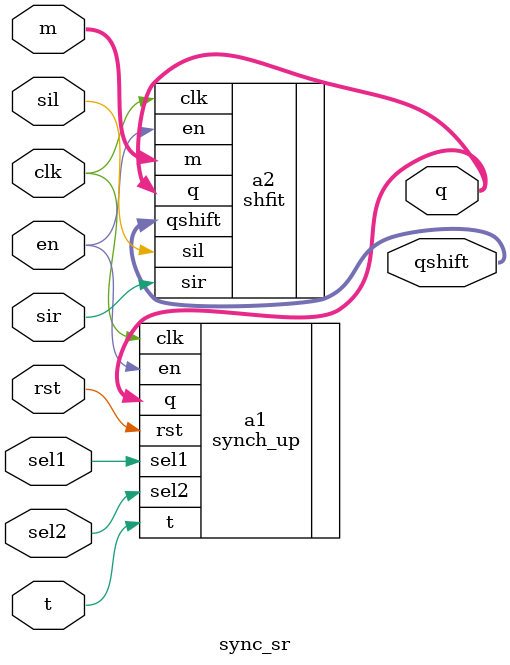
<source format=v>
`timescale 1ns / 1ps


module sync_sr(input clk, input rst, input sel1, input sel2, output [3:0]q, input en,input t,input [1:0]m, input sil,input sir, output [3:0]qshift);
synch_up a1(.clk(clk),.rst(rst),.t(t),.sel1(sel1),.sel2(sel2),.q(q),.en(en));

shfit a2(.clk(clk),.q(q),.m(m),.sir(sir),.sil(sil),.en(en),.qshift(qshift));

endmodule

</source>
